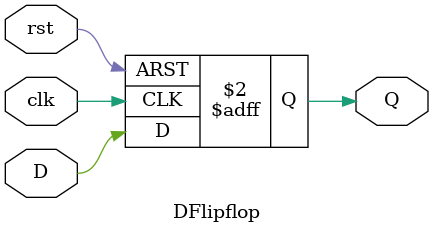
<source format=v>
`timescale 1ns / 1ps


module DFlipflop(
    input clk, input rst, input D, output reg Q
    );
    
    always @ (posedge clk or posedge rst)
        if (rst) begin
            Q <= 1'b0;
        end else begin
            Q <= D;
        end
endmodule

</source>
